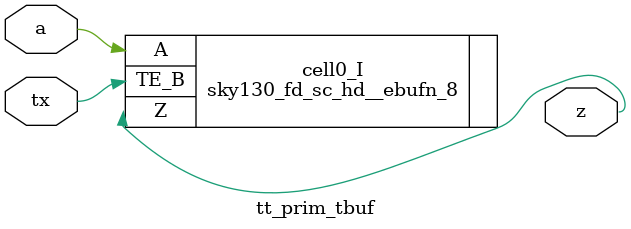
<source format=v>
/*
 * tt_prim_tbuf.v
 *
 * TT Primitive
 * Tristate buffer, polarity variable ... see tt_prim_tbuf_pol
 *
 * Copyright (c) 2023 Sylvain Munaut <tnt@246tNt.com>
 * SPDX-License-Identifier: Apache-2.0
 */

`default_nettype none

module tt_prim_tbuf (
	input  wire a,
	input  wire tx,
	output wire z
);

	sky130_fd_sc_hd__ebufn_8 cell0_I (
`ifdef WITH_POWER
		.VPWR (1'b1),
		.VGND (1'b0),
		.VPB  (1'b1),
		.VNB  (1'b0),
`endif
		.A    (a),
		.TE_B (tx),
		.Z    (z)
	);

endmodule // tt_prim_tbuf

</source>
